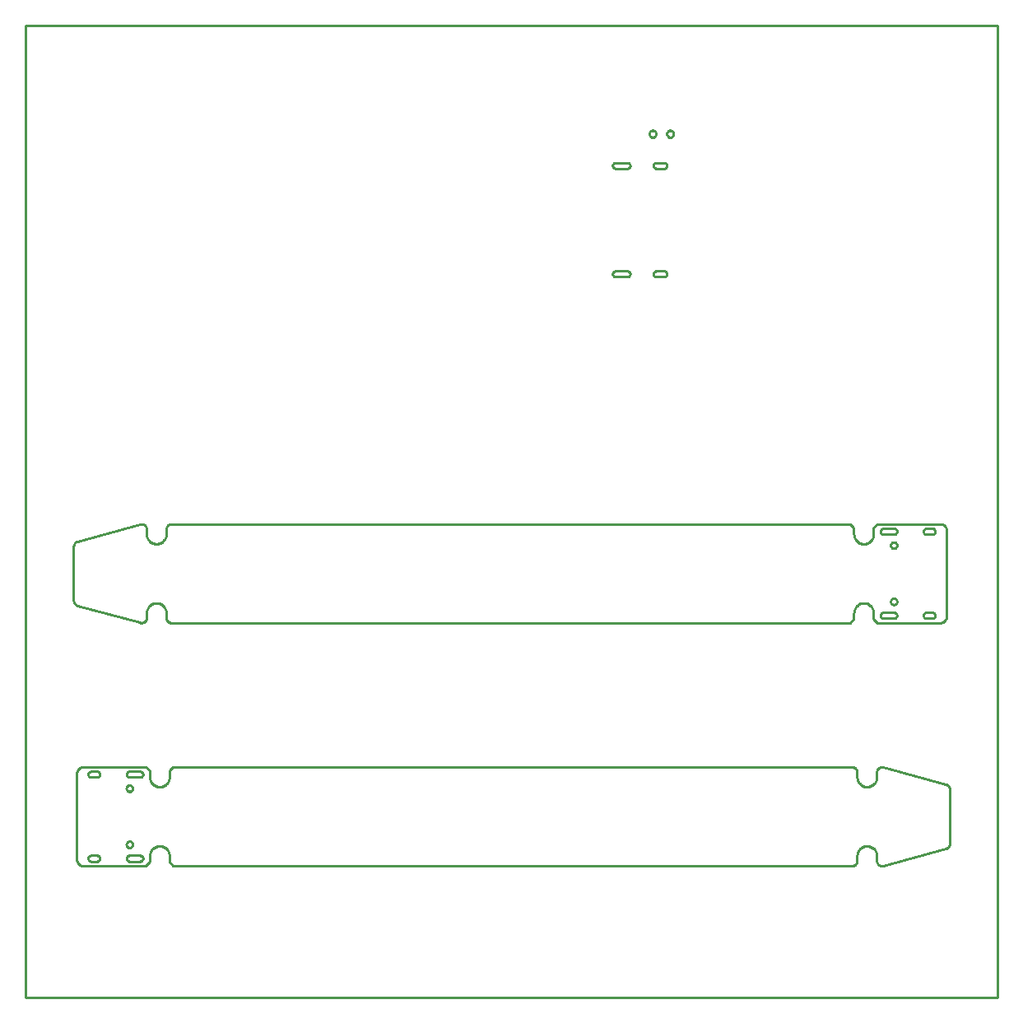
<source format=gbr>
G04 EAGLE Gerber RS-274X export*
G75*
%MOMM*%
%FSLAX34Y34*%
%LPD*%
%IN*%
%IPPOS*%
%AMOC8*
5,1,8,0,0,1.08239X$1,22.5*%
G01*
%ADD10C,0.254000*%


D10*
X0Y-70000D02*
X1000000Y-70000D01*
X1000000Y930000D01*
X0Y930000D01*
X0Y-70000D01*
X603865Y674250D02*
X603876Y673989D01*
X603911Y673729D01*
X603967Y673474D01*
X604046Y673224D01*
X604146Y672982D01*
X604267Y672750D01*
X604408Y672529D01*
X604567Y672322D01*
X604744Y672129D01*
X604937Y671952D01*
X605144Y671793D01*
X605365Y671652D01*
X605597Y671531D01*
X605839Y671431D01*
X606089Y671352D01*
X606344Y671296D01*
X606604Y671261D01*
X606865Y671250D01*
X618865Y671250D01*
X619126Y671261D01*
X619386Y671296D01*
X619641Y671352D01*
X619891Y671431D01*
X620133Y671531D01*
X620365Y671652D01*
X620586Y671793D01*
X620793Y671952D01*
X620986Y672129D01*
X621163Y672322D01*
X621322Y672529D01*
X621463Y672750D01*
X621584Y672982D01*
X621684Y673224D01*
X621763Y673474D01*
X621819Y673729D01*
X621854Y673989D01*
X621865Y674250D01*
X621854Y674511D01*
X621819Y674771D01*
X621763Y675026D01*
X621684Y675276D01*
X621584Y675518D01*
X621463Y675750D01*
X621322Y675971D01*
X621163Y676178D01*
X620986Y676371D01*
X620793Y676548D01*
X620586Y676707D01*
X620365Y676848D01*
X620133Y676969D01*
X619891Y677069D01*
X619641Y677148D01*
X619386Y677204D01*
X619126Y677239D01*
X618865Y677250D01*
X606865Y677250D01*
X606604Y677239D01*
X606344Y677204D01*
X606089Y677148D01*
X605839Y677069D01*
X605597Y676969D01*
X605365Y676848D01*
X605144Y676707D01*
X604937Y676548D01*
X604744Y676371D01*
X604567Y676178D01*
X604408Y675971D01*
X604267Y675750D01*
X604146Y675518D01*
X604046Y675276D01*
X603967Y675026D01*
X603911Y674771D01*
X603876Y674511D01*
X603865Y674250D01*
X645865Y674250D02*
X645876Y673989D01*
X645911Y673729D01*
X645967Y673474D01*
X646046Y673224D01*
X646146Y672982D01*
X646267Y672750D01*
X646408Y672529D01*
X646567Y672322D01*
X646744Y672129D01*
X646937Y671952D01*
X647144Y671793D01*
X647365Y671652D01*
X647597Y671531D01*
X647839Y671431D01*
X648089Y671352D01*
X648344Y671296D01*
X648604Y671261D01*
X648865Y671250D01*
X656865Y671250D01*
X657126Y671261D01*
X657386Y671296D01*
X657641Y671352D01*
X657891Y671431D01*
X658133Y671531D01*
X658365Y671652D01*
X658586Y671793D01*
X658793Y671952D01*
X658986Y672129D01*
X659163Y672322D01*
X659322Y672529D01*
X659463Y672750D01*
X659584Y672982D01*
X659684Y673224D01*
X659763Y673474D01*
X659819Y673729D01*
X659854Y673989D01*
X659865Y674250D01*
X659854Y674511D01*
X659819Y674771D01*
X659763Y675026D01*
X659684Y675276D01*
X659584Y675518D01*
X659463Y675750D01*
X659322Y675971D01*
X659163Y676178D01*
X658986Y676371D01*
X658793Y676548D01*
X658586Y676707D01*
X658365Y676848D01*
X658133Y676969D01*
X657891Y677069D01*
X657641Y677148D01*
X657386Y677204D01*
X657126Y677239D01*
X656865Y677250D01*
X648865Y677250D01*
X648604Y677239D01*
X648344Y677204D01*
X648089Y677148D01*
X647839Y677069D01*
X647597Y676969D01*
X647365Y676848D01*
X647144Y676707D01*
X646937Y676548D01*
X646744Y676371D01*
X646567Y676178D01*
X646408Y675971D01*
X646267Y675750D01*
X646146Y675518D01*
X646046Y675276D01*
X645967Y675026D01*
X645911Y674771D01*
X645876Y674511D01*
X645865Y674250D01*
X603865Y785750D02*
X603876Y785489D01*
X603911Y785229D01*
X603967Y784974D01*
X604046Y784724D01*
X604146Y784482D01*
X604267Y784250D01*
X604408Y784029D01*
X604567Y783822D01*
X604744Y783629D01*
X604937Y783452D01*
X605144Y783293D01*
X605365Y783152D01*
X605597Y783031D01*
X605839Y782931D01*
X606089Y782852D01*
X606344Y782796D01*
X606604Y782761D01*
X606865Y782750D01*
X618865Y782750D01*
X619126Y782761D01*
X619386Y782796D01*
X619641Y782852D01*
X619891Y782931D01*
X620133Y783031D01*
X620365Y783152D01*
X620586Y783293D01*
X620793Y783452D01*
X620986Y783629D01*
X621163Y783822D01*
X621322Y784029D01*
X621463Y784250D01*
X621584Y784482D01*
X621684Y784724D01*
X621763Y784974D01*
X621819Y785229D01*
X621854Y785489D01*
X621865Y785750D01*
X621854Y786011D01*
X621819Y786271D01*
X621763Y786526D01*
X621684Y786776D01*
X621584Y787018D01*
X621463Y787250D01*
X621322Y787471D01*
X621163Y787678D01*
X620986Y787871D01*
X620793Y788048D01*
X620586Y788207D01*
X620365Y788348D01*
X620133Y788469D01*
X619891Y788569D01*
X619641Y788648D01*
X619386Y788704D01*
X619126Y788739D01*
X618865Y788750D01*
X606865Y788750D01*
X606604Y788739D01*
X606344Y788704D01*
X606089Y788648D01*
X605839Y788569D01*
X605597Y788469D01*
X605365Y788348D01*
X605144Y788207D01*
X604937Y788048D01*
X604744Y787871D01*
X604567Y787678D01*
X604408Y787471D01*
X604267Y787250D01*
X604146Y787018D01*
X604046Y786776D01*
X603967Y786526D01*
X603911Y786271D01*
X603876Y786011D01*
X603865Y785750D01*
X645865Y785750D02*
X645876Y785489D01*
X645911Y785229D01*
X645967Y784974D01*
X646046Y784724D01*
X646146Y784482D01*
X646267Y784250D01*
X646408Y784029D01*
X646567Y783822D01*
X646744Y783629D01*
X646937Y783452D01*
X647144Y783293D01*
X647365Y783152D01*
X647597Y783031D01*
X647839Y782931D01*
X648089Y782852D01*
X648344Y782796D01*
X648604Y782761D01*
X648865Y782750D01*
X656865Y782750D01*
X657126Y782761D01*
X657386Y782796D01*
X657641Y782852D01*
X657891Y782931D01*
X658133Y783031D01*
X658365Y783152D01*
X658586Y783293D01*
X658793Y783452D01*
X658986Y783629D01*
X659163Y783822D01*
X659322Y784029D01*
X659463Y784250D01*
X659584Y784482D01*
X659684Y784724D01*
X659763Y784974D01*
X659819Y785229D01*
X659854Y785489D01*
X659865Y785750D01*
X659854Y786011D01*
X659819Y786271D01*
X659763Y786526D01*
X659684Y786776D01*
X659584Y787018D01*
X659463Y787250D01*
X659322Y787471D01*
X659163Y787678D01*
X658986Y787871D01*
X658793Y788048D01*
X658586Y788207D01*
X658365Y788348D01*
X658133Y788469D01*
X657891Y788569D01*
X657641Y788648D01*
X657386Y788704D01*
X657126Y788739D01*
X656865Y788750D01*
X648865Y788750D01*
X648604Y788739D01*
X648344Y788704D01*
X648089Y788648D01*
X647839Y788569D01*
X647597Y788469D01*
X647365Y788348D01*
X647144Y788207D01*
X646937Y788048D01*
X646744Y787871D01*
X646567Y787678D01*
X646408Y787471D01*
X646267Y787250D01*
X646146Y787018D01*
X646046Y786776D01*
X645967Y786526D01*
X645911Y786271D01*
X645876Y786011D01*
X645865Y785750D01*
X882370Y320000D02*
X893370Y320000D01*
X893631Y320011D01*
X893891Y320046D01*
X894146Y320102D01*
X894396Y320181D01*
X894638Y320281D01*
X894870Y320402D01*
X895091Y320543D01*
X895298Y320702D01*
X895491Y320879D01*
X895668Y321072D01*
X895827Y321279D01*
X895968Y321500D01*
X896089Y321732D01*
X896189Y321974D01*
X896268Y322224D01*
X896324Y322479D01*
X896359Y322739D01*
X896370Y323000D01*
X896359Y323261D01*
X896324Y323521D01*
X896268Y323776D01*
X896189Y324026D01*
X896089Y324268D01*
X895968Y324500D01*
X895827Y324721D01*
X895668Y324928D01*
X895491Y325121D01*
X895298Y325298D01*
X895091Y325457D01*
X894870Y325598D01*
X894638Y325719D01*
X894396Y325819D01*
X894146Y325898D01*
X893891Y325954D01*
X893631Y325989D01*
X893370Y326000D01*
X882370Y326000D01*
X882109Y325989D01*
X881849Y325954D01*
X881594Y325898D01*
X881344Y325819D01*
X881102Y325719D01*
X880870Y325598D01*
X880649Y325457D01*
X880442Y325298D01*
X880249Y325121D01*
X880072Y324928D01*
X879913Y324721D01*
X879772Y324500D01*
X879651Y324268D01*
X879551Y324026D01*
X879472Y323776D01*
X879416Y323521D01*
X879381Y323261D01*
X879370Y323000D01*
X879381Y322739D01*
X879416Y322479D01*
X879472Y322224D01*
X879551Y321974D01*
X879651Y321732D01*
X879772Y321500D01*
X879913Y321279D01*
X880072Y321072D01*
X880249Y320879D01*
X880442Y320702D01*
X880649Y320543D01*
X880870Y320402D01*
X881102Y320281D01*
X881344Y320181D01*
X881594Y320102D01*
X881849Y320046D01*
X882109Y320011D01*
X882370Y320000D01*
X926520Y320000D02*
X932720Y320000D01*
X932981Y320011D01*
X933241Y320046D01*
X933496Y320102D01*
X933746Y320181D01*
X933988Y320281D01*
X934220Y320402D01*
X934441Y320543D01*
X934648Y320702D01*
X934841Y320879D01*
X935018Y321072D01*
X935177Y321279D01*
X935318Y321500D01*
X935439Y321732D01*
X935539Y321974D01*
X935618Y322224D01*
X935674Y322479D01*
X935709Y322739D01*
X935720Y323000D01*
X935709Y323261D01*
X935674Y323521D01*
X935618Y323776D01*
X935539Y324026D01*
X935439Y324268D01*
X935318Y324500D01*
X935177Y324721D01*
X935018Y324928D01*
X934841Y325121D01*
X934648Y325298D01*
X934441Y325457D01*
X934220Y325598D01*
X933988Y325719D01*
X933746Y325819D01*
X933496Y325898D01*
X933241Y325954D01*
X932981Y325989D01*
X932720Y326000D01*
X926520Y326000D01*
X926259Y325989D01*
X925999Y325954D01*
X925744Y325898D01*
X925494Y325819D01*
X925252Y325719D01*
X925020Y325598D01*
X924799Y325457D01*
X924592Y325298D01*
X924399Y325121D01*
X924222Y324928D01*
X924063Y324721D01*
X923922Y324500D01*
X923801Y324268D01*
X923701Y324026D01*
X923622Y323776D01*
X923566Y323521D01*
X923531Y323261D01*
X923520Y323000D01*
X923531Y322739D01*
X923566Y322479D01*
X923622Y322224D01*
X923701Y321974D01*
X923801Y321732D01*
X923922Y321500D01*
X924063Y321279D01*
X924222Y321072D01*
X924399Y320879D01*
X924592Y320702D01*
X924799Y320543D01*
X925020Y320402D01*
X925252Y320281D01*
X925494Y320181D01*
X925744Y320102D01*
X925999Y320046D01*
X926259Y320011D01*
X926520Y320000D01*
X882370Y406400D02*
X893370Y406400D01*
X893631Y406411D01*
X893891Y406446D01*
X894146Y406502D01*
X894396Y406581D01*
X894638Y406681D01*
X894870Y406802D01*
X895091Y406943D01*
X895298Y407102D01*
X895491Y407279D01*
X895668Y407472D01*
X895827Y407679D01*
X895968Y407900D01*
X896089Y408132D01*
X896189Y408374D01*
X896268Y408624D01*
X896324Y408879D01*
X896359Y409139D01*
X896370Y409400D01*
X896359Y409661D01*
X896324Y409921D01*
X896268Y410176D01*
X896189Y410426D01*
X896089Y410668D01*
X895968Y410900D01*
X895827Y411121D01*
X895668Y411328D01*
X895491Y411521D01*
X895298Y411698D01*
X895091Y411857D01*
X894870Y411998D01*
X894638Y412119D01*
X894396Y412219D01*
X894146Y412298D01*
X893891Y412354D01*
X893631Y412389D01*
X893370Y412400D01*
X882370Y412400D01*
X882109Y412389D01*
X881849Y412354D01*
X881594Y412298D01*
X881344Y412219D01*
X881102Y412119D01*
X880870Y411998D01*
X880649Y411857D01*
X880442Y411698D01*
X880249Y411521D01*
X880072Y411328D01*
X879913Y411121D01*
X879772Y410900D01*
X879651Y410668D01*
X879551Y410426D01*
X879472Y410176D01*
X879416Y409921D01*
X879381Y409661D01*
X879370Y409400D01*
X879381Y409139D01*
X879416Y408879D01*
X879472Y408624D01*
X879551Y408374D01*
X879651Y408132D01*
X879772Y407900D01*
X879913Y407679D01*
X880072Y407472D01*
X880249Y407279D01*
X880442Y407102D01*
X880649Y406943D01*
X880870Y406802D01*
X881102Y406681D01*
X881344Y406581D01*
X881594Y406502D01*
X881849Y406446D01*
X882109Y406411D01*
X882370Y406400D01*
X926520Y406400D02*
X932720Y406400D01*
X932981Y406411D01*
X933241Y406446D01*
X933496Y406502D01*
X933746Y406581D01*
X933988Y406681D01*
X934220Y406802D01*
X934441Y406943D01*
X934648Y407102D01*
X934841Y407279D01*
X935018Y407472D01*
X935177Y407679D01*
X935318Y407900D01*
X935439Y408132D01*
X935539Y408374D01*
X935618Y408624D01*
X935674Y408879D01*
X935709Y409139D01*
X935720Y409400D01*
X935709Y409661D01*
X935674Y409921D01*
X935618Y410176D01*
X935539Y410426D01*
X935439Y410668D01*
X935318Y410900D01*
X935177Y411121D01*
X935018Y411328D01*
X934841Y411521D01*
X934648Y411698D01*
X934441Y411857D01*
X934220Y411998D01*
X933988Y412119D01*
X933746Y412219D01*
X933496Y412298D01*
X933241Y412354D01*
X932981Y412389D01*
X932720Y412400D01*
X926520Y412400D01*
X926259Y412389D01*
X925999Y412354D01*
X925744Y412298D01*
X925494Y412219D01*
X925252Y412119D01*
X925020Y411998D01*
X924799Y411857D01*
X924592Y411698D01*
X924399Y411521D01*
X924222Y411328D01*
X924063Y411121D01*
X923922Y410900D01*
X923801Y410668D01*
X923701Y410426D01*
X923622Y410176D01*
X923566Y409921D01*
X923531Y409661D01*
X923520Y409400D01*
X923531Y409139D01*
X923566Y408879D01*
X923622Y408624D01*
X923701Y408374D01*
X923801Y408132D01*
X923922Y407900D01*
X924063Y407679D01*
X924222Y407472D01*
X924399Y407279D01*
X924592Y407102D01*
X924799Y406943D01*
X925020Y406802D01*
X925252Y406681D01*
X925494Y406581D01*
X925744Y406502D01*
X925999Y406446D01*
X926259Y406411D01*
X926520Y406400D01*
X106630Y70000D02*
X117630Y70000D01*
X117891Y70011D01*
X118151Y70046D01*
X118406Y70102D01*
X118656Y70181D01*
X118898Y70281D01*
X119130Y70402D01*
X119351Y70543D01*
X119558Y70702D01*
X119751Y70879D01*
X119928Y71072D01*
X120087Y71279D01*
X120228Y71500D01*
X120349Y71732D01*
X120449Y71974D01*
X120528Y72224D01*
X120584Y72479D01*
X120619Y72739D01*
X120630Y73000D01*
X120619Y73261D01*
X120584Y73521D01*
X120528Y73776D01*
X120449Y74026D01*
X120349Y74268D01*
X120228Y74500D01*
X120087Y74721D01*
X119928Y74928D01*
X119751Y75121D01*
X119558Y75298D01*
X119351Y75457D01*
X119130Y75598D01*
X118898Y75719D01*
X118656Y75819D01*
X118406Y75898D01*
X118151Y75954D01*
X117891Y75989D01*
X117630Y76000D01*
X106630Y76000D01*
X106369Y75989D01*
X106109Y75954D01*
X105854Y75898D01*
X105604Y75819D01*
X105362Y75719D01*
X105130Y75598D01*
X104909Y75457D01*
X104702Y75298D01*
X104509Y75121D01*
X104332Y74928D01*
X104173Y74721D01*
X104032Y74500D01*
X103911Y74268D01*
X103811Y74026D01*
X103732Y73776D01*
X103676Y73521D01*
X103641Y73261D01*
X103630Y73000D01*
X103641Y72739D01*
X103676Y72479D01*
X103732Y72224D01*
X103811Y71974D01*
X103911Y71732D01*
X104032Y71500D01*
X104173Y71279D01*
X104332Y71072D01*
X104509Y70879D01*
X104702Y70702D01*
X104909Y70543D01*
X105130Y70402D01*
X105362Y70281D01*
X105604Y70181D01*
X105854Y70102D01*
X106109Y70046D01*
X106369Y70011D01*
X106630Y70000D01*
X67280Y70000D02*
X73480Y70000D01*
X73741Y70011D01*
X74001Y70046D01*
X74256Y70102D01*
X74506Y70181D01*
X74748Y70281D01*
X74980Y70402D01*
X75201Y70543D01*
X75408Y70702D01*
X75601Y70879D01*
X75778Y71072D01*
X75937Y71279D01*
X76078Y71500D01*
X76199Y71732D01*
X76299Y71974D01*
X76378Y72224D01*
X76434Y72479D01*
X76469Y72739D01*
X76480Y73000D01*
X76469Y73261D01*
X76434Y73521D01*
X76378Y73776D01*
X76299Y74026D01*
X76199Y74268D01*
X76078Y74500D01*
X75937Y74721D01*
X75778Y74928D01*
X75601Y75121D01*
X75408Y75298D01*
X75201Y75457D01*
X74980Y75598D01*
X74748Y75719D01*
X74506Y75819D01*
X74256Y75898D01*
X74001Y75954D01*
X73741Y75989D01*
X73480Y76000D01*
X67280Y76000D01*
X67019Y75989D01*
X66759Y75954D01*
X66504Y75898D01*
X66254Y75819D01*
X66012Y75719D01*
X65780Y75598D01*
X65559Y75457D01*
X65352Y75298D01*
X65159Y75121D01*
X64982Y74928D01*
X64823Y74721D01*
X64682Y74500D01*
X64561Y74268D01*
X64461Y74026D01*
X64382Y73776D01*
X64326Y73521D01*
X64291Y73261D01*
X64280Y73000D01*
X64291Y72739D01*
X64326Y72479D01*
X64382Y72224D01*
X64461Y71974D01*
X64561Y71732D01*
X64682Y71500D01*
X64823Y71279D01*
X64982Y71072D01*
X65159Y70879D01*
X65352Y70702D01*
X65559Y70543D01*
X65780Y70402D01*
X66012Y70281D01*
X66254Y70181D01*
X66504Y70102D01*
X66759Y70046D01*
X67019Y70011D01*
X67280Y70000D01*
X106630Y156400D02*
X117630Y156400D01*
X117891Y156411D01*
X118151Y156446D01*
X118406Y156502D01*
X118656Y156581D01*
X118898Y156681D01*
X119130Y156802D01*
X119351Y156943D01*
X119558Y157102D01*
X119751Y157279D01*
X119928Y157472D01*
X120087Y157679D01*
X120228Y157900D01*
X120349Y158132D01*
X120449Y158374D01*
X120528Y158624D01*
X120584Y158879D01*
X120619Y159139D01*
X120630Y159400D01*
X120619Y159661D01*
X120584Y159921D01*
X120528Y160176D01*
X120449Y160426D01*
X120349Y160668D01*
X120228Y160900D01*
X120087Y161121D01*
X119928Y161328D01*
X119751Y161521D01*
X119558Y161698D01*
X119351Y161857D01*
X119130Y161998D01*
X118898Y162119D01*
X118656Y162219D01*
X118406Y162298D01*
X118151Y162354D01*
X117891Y162389D01*
X117630Y162400D01*
X106630Y162400D01*
X106369Y162389D01*
X106109Y162354D01*
X105854Y162298D01*
X105604Y162219D01*
X105362Y162119D01*
X105130Y161998D01*
X104909Y161857D01*
X104702Y161698D01*
X104509Y161521D01*
X104332Y161328D01*
X104173Y161121D01*
X104032Y160900D01*
X103911Y160668D01*
X103811Y160426D01*
X103732Y160176D01*
X103676Y159921D01*
X103641Y159661D01*
X103630Y159400D01*
X103641Y159139D01*
X103676Y158879D01*
X103732Y158624D01*
X103811Y158374D01*
X103911Y158132D01*
X104032Y157900D01*
X104173Y157679D01*
X104332Y157472D01*
X104509Y157279D01*
X104702Y157102D01*
X104909Y156943D01*
X105130Y156802D01*
X105362Y156681D01*
X105604Y156581D01*
X105854Y156502D01*
X106109Y156446D01*
X106369Y156411D01*
X106630Y156400D01*
X67280Y156400D02*
X73480Y156400D01*
X73741Y156411D01*
X74001Y156446D01*
X74256Y156502D01*
X74506Y156581D01*
X74748Y156681D01*
X74980Y156802D01*
X75201Y156943D01*
X75408Y157102D01*
X75601Y157279D01*
X75778Y157472D01*
X75937Y157679D01*
X76078Y157900D01*
X76199Y158132D01*
X76299Y158374D01*
X76378Y158624D01*
X76434Y158879D01*
X76469Y159139D01*
X76480Y159400D01*
X76469Y159661D01*
X76434Y159921D01*
X76378Y160176D01*
X76299Y160426D01*
X76199Y160668D01*
X76078Y160900D01*
X75937Y161121D01*
X75778Y161328D01*
X75601Y161521D01*
X75408Y161698D01*
X75201Y161857D01*
X74980Y161998D01*
X74748Y162119D01*
X74506Y162219D01*
X74256Y162298D01*
X74001Y162354D01*
X73741Y162389D01*
X73480Y162400D01*
X67280Y162400D01*
X67019Y162389D01*
X66759Y162354D01*
X66504Y162298D01*
X66254Y162219D01*
X66012Y162119D01*
X65780Y161998D01*
X65559Y161857D01*
X65352Y161698D01*
X65159Y161521D01*
X64982Y161328D01*
X64823Y161121D01*
X64682Y160900D01*
X64561Y160668D01*
X64461Y160426D01*
X64382Y160176D01*
X64326Y159921D01*
X64291Y159661D01*
X64280Y159400D01*
X64291Y159139D01*
X64326Y158879D01*
X64382Y158624D01*
X64461Y158374D01*
X64561Y158132D01*
X64682Y157900D01*
X64823Y157679D01*
X64982Y157472D01*
X65159Y157279D01*
X65352Y157102D01*
X65559Y156943D01*
X65780Y156802D01*
X66012Y156681D01*
X66254Y156581D01*
X66504Y156502D01*
X66759Y156446D01*
X67019Y156411D01*
X67280Y156400D01*
X49410Y338260D02*
X49426Y337803D01*
X49482Y337350D01*
X49578Y336903D01*
X49712Y336467D01*
X49883Y336043D01*
X50091Y335636D01*
X50333Y335249D01*
X50608Y334885D01*
X50914Y334545D01*
X51249Y334234D01*
X51609Y333953D01*
X51992Y333705D01*
X52396Y333490D01*
X52816Y333312D01*
X53220Y333180D01*
X117915Y315581D01*
X118347Y315483D01*
X118786Y315422D01*
X119229Y315400D01*
X119672Y315417D01*
X120111Y315472D01*
X120545Y315565D01*
X120968Y315696D01*
X121379Y315863D01*
X121773Y316065D01*
X122148Y316301D01*
X122501Y316569D01*
X122830Y316866D01*
X123131Y317191D01*
X123403Y317541D01*
X123644Y317913D01*
X123851Y318305D01*
X124023Y318713D01*
X124159Y319135D01*
X124257Y319567D01*
X124318Y320006D01*
X124340Y320449D01*
X124340Y320480D01*
X124340Y325560D01*
X124379Y326446D01*
X124494Y327324D01*
X124686Y328190D01*
X124953Y329035D01*
X125292Y329854D01*
X125701Y330640D01*
X126177Y331388D01*
X126717Y332091D01*
X127316Y332744D01*
X127969Y333343D01*
X128672Y333883D01*
X129420Y334359D01*
X130206Y334768D01*
X131025Y335107D01*
X131870Y335374D01*
X132736Y335566D01*
X133615Y335681D01*
X134500Y335720D01*
X135386Y335681D01*
X136264Y335566D01*
X137130Y335374D01*
X137975Y335107D01*
X138794Y334768D01*
X139580Y334359D01*
X140328Y333883D01*
X141031Y333343D01*
X141684Y332744D01*
X142283Y332091D01*
X142823Y331388D01*
X143299Y330640D01*
X143708Y329854D01*
X144047Y329035D01*
X144314Y328190D01*
X144506Y327324D01*
X144621Y326446D01*
X144660Y325560D01*
X144660Y320480D01*
X144679Y320037D01*
X144737Y319598D01*
X144833Y319165D01*
X144966Y318743D01*
X145136Y318333D01*
X145341Y317940D01*
X145579Y317566D01*
X145849Y317215D01*
X146148Y316888D01*
X146475Y316589D01*
X146826Y316319D01*
X147200Y316081D01*
X147593Y315876D01*
X148003Y315706D01*
X148425Y315573D01*
X148858Y315477D01*
X149297Y315419D01*
X149740Y315400D01*
X848240Y315400D01*
X852050Y319210D01*
X852050Y325560D01*
X852089Y326446D01*
X852204Y327324D01*
X852396Y328190D01*
X852663Y329035D01*
X853002Y329854D01*
X853411Y330640D01*
X853887Y331388D01*
X854427Y332091D01*
X855026Y332744D01*
X855679Y333343D01*
X856382Y333883D01*
X857130Y334359D01*
X857916Y334768D01*
X858735Y335107D01*
X859580Y335374D01*
X860446Y335566D01*
X861325Y335681D01*
X862210Y335720D01*
X863096Y335681D01*
X863974Y335566D01*
X864840Y335374D01*
X865685Y335107D01*
X866504Y334768D01*
X867290Y334359D01*
X868038Y333883D01*
X868741Y333343D01*
X869394Y332744D01*
X869993Y332091D01*
X870533Y331388D01*
X871009Y330640D01*
X871418Y329854D01*
X871757Y329035D01*
X872024Y328190D01*
X872216Y327324D01*
X872331Y326446D01*
X872370Y325560D01*
X872370Y319210D01*
X876180Y315400D01*
X940950Y315400D01*
X941503Y315424D01*
X942053Y315496D01*
X942594Y315616D01*
X943122Y315783D01*
X943634Y315995D01*
X944125Y316251D01*
X944592Y316548D01*
X945032Y316886D01*
X945440Y317260D01*
X945814Y317668D01*
X946152Y318108D01*
X946449Y318575D01*
X946705Y319066D01*
X946917Y319578D01*
X947084Y320107D01*
X947204Y320647D01*
X947276Y321197D01*
X947300Y321750D01*
X947300Y410650D01*
X947276Y411203D01*
X947204Y411753D01*
X947084Y412294D01*
X946917Y412822D01*
X946705Y413334D01*
X946449Y413825D01*
X946152Y414292D01*
X945814Y414732D01*
X945440Y415140D01*
X945032Y415514D01*
X944592Y415852D01*
X944125Y416149D01*
X943634Y416405D01*
X943122Y416617D01*
X942594Y416784D01*
X942053Y416904D01*
X941503Y416976D01*
X940950Y417000D01*
X876180Y417000D01*
X872370Y413190D01*
X872370Y406840D01*
X872331Y405955D01*
X872216Y405076D01*
X872024Y404210D01*
X871757Y403365D01*
X871418Y402546D01*
X871009Y401760D01*
X870533Y401012D01*
X869993Y400309D01*
X869394Y399656D01*
X868741Y399057D01*
X868038Y398517D01*
X867290Y398041D01*
X866504Y397632D01*
X865685Y397293D01*
X864840Y397026D01*
X863974Y396834D01*
X863096Y396719D01*
X862210Y396680D01*
X861325Y396719D01*
X860446Y396834D01*
X859580Y397026D01*
X858735Y397293D01*
X857916Y397632D01*
X857130Y398041D01*
X856382Y398517D01*
X855679Y399057D01*
X855026Y399656D01*
X854427Y400309D01*
X853887Y401012D01*
X853411Y401760D01*
X853002Y402546D01*
X852663Y403365D01*
X852396Y404210D01*
X852204Y405076D01*
X852089Y405955D01*
X852050Y406840D01*
X852050Y413190D01*
X848240Y417000D01*
X149740Y417000D01*
X149297Y416981D01*
X148858Y416923D01*
X148425Y416827D01*
X148003Y416694D01*
X147593Y416524D01*
X147200Y416319D01*
X146826Y416081D01*
X146475Y415812D01*
X146148Y415512D01*
X145849Y415185D01*
X145579Y414834D01*
X145341Y414460D01*
X145136Y414067D01*
X144966Y413657D01*
X144833Y413235D01*
X144737Y412802D01*
X144679Y412363D01*
X144660Y411920D01*
X144660Y406840D01*
X144621Y405955D01*
X144506Y405076D01*
X144314Y404210D01*
X144047Y403365D01*
X143708Y402546D01*
X143299Y401760D01*
X142823Y401012D01*
X142283Y400309D01*
X141684Y399656D01*
X141031Y399057D01*
X140328Y398517D01*
X139580Y398041D01*
X138794Y397632D01*
X137975Y397293D01*
X137130Y397026D01*
X136264Y396834D01*
X135386Y396719D01*
X134500Y396680D01*
X133615Y396719D01*
X132736Y396834D01*
X131870Y397026D01*
X131025Y397293D01*
X130206Y397632D01*
X129420Y398041D01*
X128672Y398517D01*
X127969Y399057D01*
X127316Y399656D01*
X126717Y400309D01*
X126177Y401012D01*
X125701Y401760D01*
X125292Y402546D01*
X124953Y403365D01*
X124686Y404210D01*
X124494Y405076D01*
X124379Y405955D01*
X124340Y406840D01*
X124340Y411920D01*
X124321Y412363D01*
X124263Y412802D01*
X124167Y413235D01*
X124034Y413657D01*
X123864Y414067D01*
X123659Y414460D01*
X123421Y414834D01*
X123152Y415185D01*
X122852Y415512D01*
X122525Y415812D01*
X122174Y416081D01*
X121800Y416319D01*
X121407Y416524D01*
X120997Y416694D01*
X120575Y416827D01*
X120142Y416923D01*
X119703Y416981D01*
X119260Y417000D01*
X118817Y416981D01*
X118378Y416923D01*
X117945Y416827D01*
X117915Y416819D01*
X53220Y399220D01*
X52786Y399077D01*
X52367Y398896D01*
X51965Y398679D01*
X51583Y398428D01*
X51224Y398145D01*
X50892Y397832D01*
X50588Y397491D01*
X50315Y397124D01*
X50075Y396736D01*
X49870Y396328D01*
X49701Y395903D01*
X49570Y395466D01*
X49477Y395018D01*
X49424Y394565D01*
X49410Y394140D01*
X49410Y338260D01*
X52700Y71750D02*
X52724Y71197D01*
X52796Y70647D01*
X52916Y70107D01*
X53083Y69578D01*
X53295Y69066D01*
X53551Y68575D01*
X53848Y68108D01*
X54186Y67668D01*
X54560Y67260D01*
X54968Y66886D01*
X55408Y66548D01*
X55875Y66251D01*
X56366Y65995D01*
X56878Y65783D01*
X57407Y65616D01*
X57947Y65496D01*
X58497Y65424D01*
X59050Y65400D01*
X123820Y65400D01*
X127630Y69210D01*
X127630Y75560D01*
X127669Y76446D01*
X127784Y77324D01*
X127976Y78190D01*
X128243Y79035D01*
X128582Y79854D01*
X128991Y80640D01*
X129467Y81388D01*
X130007Y82091D01*
X130606Y82744D01*
X131259Y83343D01*
X131962Y83883D01*
X132710Y84359D01*
X133496Y84768D01*
X134315Y85107D01*
X135160Y85374D01*
X136026Y85566D01*
X136905Y85681D01*
X137790Y85720D01*
X138676Y85681D01*
X139554Y85566D01*
X140420Y85374D01*
X141265Y85107D01*
X142084Y84768D01*
X142870Y84359D01*
X143618Y83883D01*
X144321Y83343D01*
X144974Y82744D01*
X145573Y82091D01*
X146113Y81388D01*
X146589Y80640D01*
X146998Y79854D01*
X147337Y79035D01*
X147604Y78190D01*
X147796Y77324D01*
X147911Y76446D01*
X147950Y75560D01*
X147950Y69210D01*
X151760Y65400D01*
X850260Y65400D01*
X850703Y65419D01*
X851142Y65477D01*
X851575Y65573D01*
X851997Y65706D01*
X852407Y65876D01*
X852800Y66081D01*
X853174Y66319D01*
X853525Y66589D01*
X853852Y66888D01*
X854152Y67215D01*
X854421Y67566D01*
X854659Y67940D01*
X854864Y68333D01*
X855034Y68743D01*
X855167Y69165D01*
X855263Y69598D01*
X855321Y70037D01*
X855340Y70480D01*
X855340Y75560D01*
X855379Y76446D01*
X855494Y77324D01*
X855686Y78190D01*
X855953Y79035D01*
X856292Y79854D01*
X856701Y80640D01*
X857177Y81388D01*
X857717Y82091D01*
X858316Y82744D01*
X858969Y83343D01*
X859672Y83883D01*
X860420Y84359D01*
X861206Y84768D01*
X862025Y85107D01*
X862870Y85374D01*
X863736Y85566D01*
X864615Y85681D01*
X865500Y85720D01*
X866386Y85681D01*
X867264Y85566D01*
X868130Y85374D01*
X868975Y85107D01*
X869794Y84768D01*
X870580Y84359D01*
X871328Y83883D01*
X872031Y83343D01*
X872684Y82744D01*
X873283Y82091D01*
X873823Y81388D01*
X874299Y80640D01*
X874708Y79854D01*
X875047Y79035D01*
X875314Y78190D01*
X875506Y77324D01*
X875621Y76446D01*
X875660Y75560D01*
X875660Y70480D01*
X875679Y70037D01*
X875737Y69598D01*
X875833Y69165D01*
X875966Y68743D01*
X876136Y68333D01*
X876341Y67940D01*
X876579Y67566D01*
X876848Y67215D01*
X877148Y66888D01*
X877475Y66588D01*
X877826Y66319D01*
X878200Y66081D01*
X878593Y65876D01*
X879003Y65706D01*
X879425Y65573D01*
X879858Y65477D01*
X880297Y65419D01*
X880740Y65400D01*
X881183Y65419D01*
X881622Y65477D01*
X882055Y65573D01*
X882085Y65581D01*
X946780Y83180D01*
X947214Y83323D01*
X947633Y83504D01*
X948035Y83721D01*
X948417Y83972D01*
X948776Y84255D01*
X949108Y84568D01*
X949412Y84909D01*
X949685Y85276D01*
X949925Y85664D01*
X950130Y86072D01*
X950299Y86497D01*
X950430Y86934D01*
X950523Y87382D01*
X950576Y87835D01*
X950590Y88260D01*
X950590Y144140D01*
X950574Y144597D01*
X950518Y145050D01*
X950422Y145497D01*
X950288Y145933D01*
X950117Y146357D01*
X949909Y146764D01*
X949667Y147151D01*
X949392Y147516D01*
X949086Y147855D01*
X948751Y148166D01*
X948391Y148447D01*
X948008Y148696D01*
X947604Y148910D01*
X947184Y149088D01*
X946780Y149220D01*
X882085Y166819D01*
X881653Y166917D01*
X881214Y166978D01*
X880771Y167000D01*
X880328Y166983D01*
X879889Y166928D01*
X879455Y166835D01*
X879032Y166704D01*
X878621Y166537D01*
X878227Y166335D01*
X877852Y166099D01*
X877498Y165831D01*
X877170Y165534D01*
X876869Y165209D01*
X876597Y164859D01*
X876356Y164487D01*
X876149Y164095D01*
X875977Y163687D01*
X875841Y163265D01*
X875743Y162833D01*
X875682Y162394D01*
X875660Y161951D01*
X875660Y161920D01*
X875660Y156840D01*
X875621Y155955D01*
X875506Y155076D01*
X875314Y154210D01*
X875047Y153365D01*
X874708Y152546D01*
X874299Y151760D01*
X873823Y151012D01*
X873283Y150309D01*
X872684Y149656D01*
X872031Y149057D01*
X871328Y148517D01*
X870580Y148041D01*
X869794Y147632D01*
X868975Y147293D01*
X868130Y147026D01*
X867264Y146834D01*
X866386Y146719D01*
X865500Y146680D01*
X864615Y146719D01*
X863736Y146834D01*
X862870Y147026D01*
X862025Y147293D01*
X861206Y147632D01*
X860420Y148041D01*
X859672Y148517D01*
X858969Y149057D01*
X858316Y149656D01*
X857717Y150309D01*
X857177Y151012D01*
X856701Y151760D01*
X856292Y152546D01*
X855953Y153365D01*
X855686Y154210D01*
X855494Y155076D01*
X855379Y155955D01*
X855340Y156840D01*
X855340Y161920D01*
X855321Y162363D01*
X855263Y162802D01*
X855167Y163235D01*
X855034Y163657D01*
X854864Y164067D01*
X854659Y164460D01*
X854421Y164834D01*
X854152Y165185D01*
X853852Y165512D01*
X853525Y165812D01*
X853174Y166081D01*
X852800Y166319D01*
X852407Y166524D01*
X851997Y166694D01*
X851575Y166827D01*
X851142Y166923D01*
X850703Y166981D01*
X850260Y167000D01*
X151760Y167000D01*
X147950Y163190D01*
X147950Y156840D01*
X147911Y155955D01*
X147796Y155076D01*
X147604Y154210D01*
X147337Y153365D01*
X146998Y152546D01*
X146589Y151760D01*
X146113Y151012D01*
X145573Y150309D01*
X144974Y149656D01*
X144321Y149057D01*
X143618Y148517D01*
X142870Y148041D01*
X142084Y147632D01*
X141265Y147293D01*
X140420Y147026D01*
X139554Y146834D01*
X138676Y146719D01*
X137790Y146680D01*
X136905Y146719D01*
X136026Y146834D01*
X135160Y147026D01*
X134315Y147293D01*
X133496Y147632D01*
X132710Y148041D01*
X131962Y148517D01*
X131259Y149057D01*
X130606Y149656D01*
X130007Y150309D01*
X129467Y151012D01*
X128991Y151760D01*
X128582Y152546D01*
X128243Y153365D01*
X127976Y154210D01*
X127784Y155076D01*
X127669Y155955D01*
X127630Y156840D01*
X127630Y163190D01*
X123820Y167000D01*
X59050Y167000D01*
X58497Y166976D01*
X57947Y166904D01*
X57407Y166784D01*
X56878Y166617D01*
X56366Y166405D01*
X55875Y166149D01*
X55408Y165852D01*
X54968Y165514D01*
X54560Y165140D01*
X54186Y164732D01*
X53848Y164292D01*
X53551Y163825D01*
X53295Y163334D01*
X53083Y162822D01*
X52916Y162294D01*
X52796Y161753D01*
X52724Y161203D01*
X52700Y160650D01*
X52700Y71750D01*
X882370Y320000D02*
X893370Y320000D01*
X893631Y320011D01*
X893891Y320046D01*
X894146Y320102D01*
X894396Y320181D01*
X894638Y320281D01*
X894870Y320402D01*
X895091Y320543D01*
X895298Y320702D01*
X895491Y320879D01*
X895668Y321072D01*
X895827Y321279D01*
X895968Y321500D01*
X896089Y321732D01*
X896189Y321974D01*
X896268Y322224D01*
X896324Y322479D01*
X896359Y322739D01*
X896370Y323000D01*
X896359Y323261D01*
X896324Y323521D01*
X896268Y323776D01*
X896189Y324026D01*
X896089Y324268D01*
X895968Y324500D01*
X895827Y324721D01*
X895668Y324928D01*
X895491Y325121D01*
X895298Y325298D01*
X895091Y325457D01*
X894870Y325598D01*
X894638Y325719D01*
X894396Y325819D01*
X894146Y325898D01*
X893891Y325954D01*
X893631Y325989D01*
X893370Y326000D01*
X882370Y326000D01*
X882109Y325989D01*
X881849Y325954D01*
X881594Y325898D01*
X881344Y325819D01*
X881102Y325719D01*
X880870Y325598D01*
X880649Y325457D01*
X880442Y325298D01*
X880249Y325121D01*
X880072Y324928D01*
X879913Y324721D01*
X879772Y324500D01*
X879651Y324268D01*
X879551Y324026D01*
X879472Y323776D01*
X879416Y323521D01*
X879381Y323261D01*
X879370Y323000D01*
X879381Y322739D01*
X879416Y322479D01*
X879472Y322224D01*
X879551Y321974D01*
X879651Y321732D01*
X879772Y321500D01*
X879913Y321279D01*
X880072Y321072D01*
X880249Y320879D01*
X880442Y320702D01*
X880649Y320543D01*
X880870Y320402D01*
X881102Y320281D01*
X881344Y320181D01*
X881594Y320102D01*
X881849Y320046D01*
X882109Y320011D01*
X882370Y320000D01*
X882370Y406400D02*
X893370Y406400D01*
X893631Y406411D01*
X893891Y406446D01*
X894146Y406502D01*
X894396Y406581D01*
X894638Y406681D01*
X894870Y406802D01*
X895091Y406943D01*
X895298Y407102D01*
X895491Y407279D01*
X895668Y407472D01*
X895827Y407679D01*
X895968Y407900D01*
X896089Y408132D01*
X896189Y408374D01*
X896268Y408624D01*
X896324Y408879D01*
X896359Y409139D01*
X896370Y409400D01*
X896359Y409661D01*
X896324Y409921D01*
X896268Y410176D01*
X896189Y410426D01*
X896089Y410668D01*
X895968Y410900D01*
X895827Y411121D01*
X895668Y411328D01*
X895491Y411521D01*
X895298Y411698D01*
X895091Y411857D01*
X894870Y411998D01*
X894638Y412119D01*
X894396Y412219D01*
X894146Y412298D01*
X893891Y412354D01*
X893631Y412389D01*
X893370Y412400D01*
X882370Y412400D01*
X882109Y412389D01*
X881849Y412354D01*
X881594Y412298D01*
X881344Y412219D01*
X881102Y412119D01*
X880870Y411998D01*
X880649Y411857D01*
X880442Y411698D01*
X880249Y411521D01*
X880072Y411328D01*
X879913Y411121D01*
X879772Y410900D01*
X879651Y410668D01*
X879551Y410426D01*
X879472Y410176D01*
X879416Y409921D01*
X879381Y409661D01*
X879370Y409400D01*
X879381Y409139D01*
X879416Y408879D01*
X879472Y408624D01*
X879551Y408374D01*
X879651Y408132D01*
X879772Y407900D01*
X879913Y407679D01*
X880072Y407472D01*
X880249Y407279D01*
X880442Y407102D01*
X880649Y406943D01*
X880870Y406802D01*
X881102Y406681D01*
X881344Y406581D01*
X881594Y406502D01*
X881849Y406446D01*
X882109Y406411D01*
X882370Y406400D01*
X926520Y320000D02*
X932720Y320000D01*
X932981Y320011D01*
X933241Y320046D01*
X933496Y320102D01*
X933746Y320181D01*
X933988Y320281D01*
X934220Y320402D01*
X934441Y320543D01*
X934648Y320702D01*
X934841Y320879D01*
X935018Y321072D01*
X935177Y321279D01*
X935318Y321500D01*
X935439Y321732D01*
X935539Y321974D01*
X935618Y322224D01*
X935674Y322479D01*
X935709Y322739D01*
X935720Y323000D01*
X935709Y323261D01*
X935674Y323521D01*
X935618Y323776D01*
X935539Y324026D01*
X935439Y324268D01*
X935318Y324500D01*
X935177Y324721D01*
X935018Y324928D01*
X934841Y325121D01*
X934648Y325298D01*
X934441Y325457D01*
X934220Y325598D01*
X933988Y325719D01*
X933746Y325819D01*
X933496Y325898D01*
X933241Y325954D01*
X932981Y325989D01*
X932720Y326000D01*
X926520Y326000D01*
X926259Y325989D01*
X925999Y325954D01*
X925744Y325898D01*
X925494Y325819D01*
X925252Y325719D01*
X925020Y325598D01*
X924799Y325457D01*
X924592Y325298D01*
X924399Y325121D01*
X924222Y324928D01*
X924063Y324721D01*
X923922Y324500D01*
X923801Y324268D01*
X923701Y324026D01*
X923622Y323776D01*
X923566Y323521D01*
X923531Y323261D01*
X923520Y323000D01*
X923531Y322739D01*
X923566Y322479D01*
X923622Y322224D01*
X923701Y321974D01*
X923801Y321732D01*
X923922Y321500D01*
X924063Y321279D01*
X924222Y321072D01*
X924399Y320879D01*
X924592Y320702D01*
X924799Y320543D01*
X925020Y320402D01*
X925252Y320281D01*
X925494Y320181D01*
X925744Y320102D01*
X925999Y320046D01*
X926259Y320011D01*
X926520Y320000D01*
X926520Y406400D02*
X932720Y406400D01*
X932981Y406411D01*
X933241Y406446D01*
X933496Y406502D01*
X933746Y406581D01*
X933988Y406681D01*
X934220Y406802D01*
X934441Y406943D01*
X934648Y407102D01*
X934841Y407279D01*
X935018Y407472D01*
X935177Y407679D01*
X935318Y407900D01*
X935439Y408132D01*
X935539Y408374D01*
X935618Y408624D01*
X935674Y408879D01*
X935709Y409139D01*
X935720Y409400D01*
X935709Y409661D01*
X935674Y409921D01*
X935618Y410176D01*
X935539Y410426D01*
X935439Y410668D01*
X935318Y410900D01*
X935177Y411121D01*
X935018Y411328D01*
X934841Y411521D01*
X934648Y411698D01*
X934441Y411857D01*
X934220Y411998D01*
X933988Y412119D01*
X933746Y412219D01*
X933496Y412298D01*
X933241Y412354D01*
X932981Y412389D01*
X932720Y412400D01*
X926520Y412400D01*
X926259Y412389D01*
X925999Y412354D01*
X925744Y412298D01*
X925494Y412219D01*
X925252Y412119D01*
X925020Y411998D01*
X924799Y411857D01*
X924592Y411698D01*
X924399Y411521D01*
X924222Y411328D01*
X924063Y411121D01*
X923922Y410900D01*
X923801Y410668D01*
X923701Y410426D01*
X923622Y410176D01*
X923566Y409921D01*
X923531Y409661D01*
X923520Y409400D01*
X923531Y409139D01*
X923566Y408879D01*
X923622Y408624D01*
X923701Y408374D01*
X923801Y408132D01*
X923922Y407900D01*
X924063Y407679D01*
X924222Y407472D01*
X924399Y407279D01*
X924592Y407102D01*
X924799Y406943D01*
X925020Y406802D01*
X925252Y406681D01*
X925494Y406581D01*
X925744Y406502D01*
X925999Y406446D01*
X926259Y406411D01*
X926520Y406400D01*
X67280Y70000D02*
X73480Y70000D01*
X73741Y70011D01*
X74001Y70046D01*
X74256Y70102D01*
X74506Y70181D01*
X74748Y70281D01*
X74980Y70402D01*
X75201Y70543D01*
X75408Y70702D01*
X75601Y70879D01*
X75778Y71072D01*
X75937Y71279D01*
X76078Y71500D01*
X76199Y71732D01*
X76299Y71974D01*
X76378Y72224D01*
X76434Y72479D01*
X76469Y72739D01*
X76480Y73000D01*
X76469Y73261D01*
X76434Y73521D01*
X76378Y73776D01*
X76299Y74026D01*
X76199Y74268D01*
X76078Y74500D01*
X75937Y74721D01*
X75778Y74928D01*
X75601Y75121D01*
X75408Y75298D01*
X75201Y75457D01*
X74980Y75598D01*
X74748Y75719D01*
X74506Y75819D01*
X74256Y75898D01*
X74001Y75954D01*
X73741Y75989D01*
X73480Y76000D01*
X67280Y76000D01*
X67019Y75989D01*
X66759Y75954D01*
X66504Y75898D01*
X66254Y75819D01*
X66012Y75719D01*
X65780Y75598D01*
X65559Y75457D01*
X65352Y75298D01*
X65159Y75121D01*
X64982Y74928D01*
X64823Y74721D01*
X64682Y74500D01*
X64561Y74268D01*
X64461Y74026D01*
X64382Y73776D01*
X64326Y73521D01*
X64291Y73261D01*
X64280Y73000D01*
X64291Y72739D01*
X64326Y72479D01*
X64382Y72224D01*
X64461Y71974D01*
X64561Y71732D01*
X64682Y71500D01*
X64823Y71279D01*
X64982Y71072D01*
X65159Y70879D01*
X65352Y70702D01*
X65559Y70543D01*
X65780Y70402D01*
X66012Y70281D01*
X66254Y70181D01*
X66504Y70102D01*
X66759Y70046D01*
X67019Y70011D01*
X67280Y70000D01*
X67280Y156400D02*
X73480Y156400D01*
X73741Y156411D01*
X74001Y156446D01*
X74256Y156502D01*
X74506Y156581D01*
X74748Y156681D01*
X74980Y156802D01*
X75201Y156943D01*
X75408Y157102D01*
X75601Y157279D01*
X75778Y157472D01*
X75937Y157679D01*
X76078Y157900D01*
X76199Y158132D01*
X76299Y158374D01*
X76378Y158624D01*
X76434Y158879D01*
X76469Y159139D01*
X76480Y159400D01*
X76469Y159661D01*
X76434Y159921D01*
X76378Y160176D01*
X76299Y160426D01*
X76199Y160668D01*
X76078Y160900D01*
X75937Y161121D01*
X75778Y161328D01*
X75601Y161521D01*
X75408Y161698D01*
X75201Y161857D01*
X74980Y161998D01*
X74748Y162119D01*
X74506Y162219D01*
X74256Y162298D01*
X74001Y162354D01*
X73741Y162389D01*
X73480Y162400D01*
X67280Y162400D01*
X67019Y162389D01*
X66759Y162354D01*
X66504Y162298D01*
X66254Y162219D01*
X66012Y162119D01*
X65780Y161998D01*
X65559Y161857D01*
X65352Y161698D01*
X65159Y161521D01*
X64982Y161328D01*
X64823Y161121D01*
X64682Y160900D01*
X64561Y160668D01*
X64461Y160426D01*
X64382Y160176D01*
X64326Y159921D01*
X64291Y159661D01*
X64280Y159400D01*
X64291Y159139D01*
X64326Y158879D01*
X64382Y158624D01*
X64461Y158374D01*
X64561Y158132D01*
X64682Y157900D01*
X64823Y157679D01*
X64982Y157472D01*
X65159Y157279D01*
X65352Y157102D01*
X65559Y156943D01*
X65780Y156802D01*
X66012Y156681D01*
X66254Y156581D01*
X66504Y156502D01*
X66759Y156446D01*
X67019Y156411D01*
X67280Y156400D01*
X106630Y70000D02*
X117630Y70000D01*
X117891Y70011D01*
X118151Y70046D01*
X118406Y70102D01*
X118656Y70181D01*
X118898Y70281D01*
X119130Y70402D01*
X119351Y70543D01*
X119558Y70702D01*
X119751Y70879D01*
X119928Y71072D01*
X120087Y71279D01*
X120228Y71500D01*
X120349Y71732D01*
X120449Y71974D01*
X120528Y72224D01*
X120584Y72479D01*
X120619Y72739D01*
X120630Y73000D01*
X120619Y73261D01*
X120584Y73521D01*
X120528Y73776D01*
X120449Y74026D01*
X120349Y74268D01*
X120228Y74500D01*
X120087Y74721D01*
X119928Y74928D01*
X119751Y75121D01*
X119558Y75298D01*
X119351Y75457D01*
X119130Y75598D01*
X118898Y75719D01*
X118656Y75819D01*
X118406Y75898D01*
X118151Y75954D01*
X117891Y75989D01*
X117630Y76000D01*
X106630Y76000D01*
X106369Y75989D01*
X106109Y75954D01*
X105854Y75898D01*
X105604Y75819D01*
X105362Y75719D01*
X105130Y75598D01*
X104909Y75457D01*
X104702Y75298D01*
X104509Y75121D01*
X104332Y74928D01*
X104173Y74721D01*
X104032Y74500D01*
X103911Y74268D01*
X103811Y74026D01*
X103732Y73776D01*
X103676Y73521D01*
X103641Y73261D01*
X103630Y73000D01*
X103641Y72739D01*
X103676Y72479D01*
X103732Y72224D01*
X103811Y71974D01*
X103911Y71732D01*
X104032Y71500D01*
X104173Y71279D01*
X104332Y71072D01*
X104509Y70879D01*
X104702Y70702D01*
X104909Y70543D01*
X105130Y70402D01*
X105362Y70281D01*
X105604Y70181D01*
X105854Y70102D01*
X106109Y70046D01*
X106369Y70011D01*
X106630Y70000D01*
X106630Y156400D02*
X117630Y156400D01*
X117891Y156411D01*
X118151Y156446D01*
X118406Y156502D01*
X118656Y156581D01*
X118898Y156681D01*
X119130Y156802D01*
X119351Y156943D01*
X119558Y157102D01*
X119751Y157279D01*
X119928Y157472D01*
X120087Y157679D01*
X120228Y157900D01*
X120349Y158132D01*
X120449Y158374D01*
X120528Y158624D01*
X120584Y158879D01*
X120619Y159139D01*
X120630Y159400D01*
X120619Y159661D01*
X120584Y159921D01*
X120528Y160176D01*
X120449Y160426D01*
X120349Y160668D01*
X120228Y160900D01*
X120087Y161121D01*
X119928Y161328D01*
X119751Y161521D01*
X119558Y161698D01*
X119351Y161857D01*
X119130Y161998D01*
X118898Y162119D01*
X118656Y162219D01*
X118406Y162298D01*
X118151Y162354D01*
X117891Y162389D01*
X117630Y162400D01*
X106630Y162400D01*
X106369Y162389D01*
X106109Y162354D01*
X105854Y162298D01*
X105604Y162219D01*
X105362Y162119D01*
X105130Y161998D01*
X104909Y161857D01*
X104702Y161698D01*
X104509Y161521D01*
X104332Y161328D01*
X104173Y161121D01*
X104032Y160900D01*
X103911Y160668D01*
X103811Y160426D01*
X103732Y160176D01*
X103676Y159921D01*
X103641Y159661D01*
X103630Y159400D01*
X103641Y159139D01*
X103676Y158879D01*
X103732Y158624D01*
X103811Y158374D01*
X103911Y158132D01*
X104032Y157900D01*
X104173Y157679D01*
X104332Y157472D01*
X104509Y157279D01*
X104702Y157102D01*
X104909Y156943D01*
X105130Y156802D01*
X105362Y156681D01*
X105604Y156581D01*
X105854Y156502D01*
X106109Y156446D01*
X106369Y156411D01*
X106630Y156400D01*
X662826Y814892D02*
X662371Y814952D01*
X661928Y815071D01*
X661504Y815246D01*
X661107Y815476D01*
X660743Y815755D01*
X660419Y816079D01*
X660139Y816443D01*
X659910Y816841D01*
X659734Y817265D01*
X659616Y817708D01*
X659556Y818163D01*
X659556Y818621D01*
X659616Y819076D01*
X659734Y819519D01*
X659910Y819943D01*
X660139Y820341D01*
X660419Y820705D01*
X660743Y821029D01*
X661107Y821308D01*
X661504Y821538D01*
X661928Y821713D01*
X662371Y821832D01*
X662826Y821892D01*
X663285Y821892D01*
X663740Y821832D01*
X664183Y821713D01*
X664607Y821538D01*
X665004Y821308D01*
X665368Y821029D01*
X665693Y820705D01*
X665972Y820341D01*
X666201Y819943D01*
X666377Y819519D01*
X666496Y819076D01*
X666556Y818621D01*
X666556Y818163D01*
X666496Y817708D01*
X666377Y817265D01*
X666201Y816841D01*
X665972Y816443D01*
X665693Y816079D01*
X665368Y815755D01*
X665004Y815476D01*
X664607Y815246D01*
X664183Y815071D01*
X663740Y814952D01*
X663285Y814892D01*
X662826Y814892D01*
X644826Y814892D02*
X644371Y814952D01*
X643928Y815071D01*
X643504Y815246D01*
X643107Y815476D01*
X642743Y815755D01*
X642419Y816079D01*
X642139Y816443D01*
X641910Y816841D01*
X641734Y817265D01*
X641616Y817708D01*
X641556Y818163D01*
X641556Y818621D01*
X641616Y819076D01*
X641734Y819519D01*
X641910Y819943D01*
X642139Y820341D01*
X642419Y820705D01*
X642743Y821029D01*
X643107Y821308D01*
X643504Y821538D01*
X643928Y821713D01*
X644371Y821832D01*
X644826Y821892D01*
X645285Y821892D01*
X645740Y821832D01*
X646183Y821713D01*
X646607Y821538D01*
X647004Y821308D01*
X647368Y821029D01*
X647693Y820705D01*
X647972Y820341D01*
X648201Y819943D01*
X648377Y819519D01*
X648496Y819076D01*
X648556Y818621D01*
X648556Y818163D01*
X648496Y817708D01*
X648377Y817265D01*
X648201Y816841D01*
X647972Y816443D01*
X647693Y816079D01*
X647368Y815755D01*
X647004Y815476D01*
X646607Y815246D01*
X646183Y815071D01*
X645740Y814952D01*
X645285Y814892D01*
X644826Y814892D01*
X106617Y141850D02*
X106195Y141906D01*
X105783Y142016D01*
X105389Y142179D01*
X105021Y142392D01*
X104683Y142651D01*
X104381Y142953D01*
X104122Y143291D01*
X103909Y143659D01*
X103746Y144053D01*
X103636Y144465D01*
X103580Y144887D01*
X103580Y145313D01*
X103636Y145735D01*
X103746Y146147D01*
X103909Y146541D01*
X104122Y146909D01*
X104381Y147247D01*
X104683Y147549D01*
X105021Y147808D01*
X105389Y148021D01*
X105783Y148184D01*
X106195Y148294D01*
X106617Y148350D01*
X107043Y148350D01*
X107465Y148294D01*
X107877Y148184D01*
X108271Y148021D01*
X108639Y147808D01*
X108977Y147549D01*
X109279Y147247D01*
X109538Y146909D01*
X109751Y146541D01*
X109914Y146147D01*
X110024Y145735D01*
X110080Y145313D01*
X110080Y144887D01*
X110024Y144465D01*
X109914Y144053D01*
X109751Y143659D01*
X109538Y143291D01*
X109279Y142953D01*
X108977Y142651D01*
X108639Y142392D01*
X108271Y142179D01*
X107877Y142016D01*
X107465Y141906D01*
X107043Y141850D01*
X106617Y141850D01*
X106617Y84050D02*
X106195Y84106D01*
X105783Y84216D01*
X105389Y84379D01*
X105021Y84592D01*
X104683Y84851D01*
X104381Y85153D01*
X104122Y85491D01*
X103909Y85859D01*
X103746Y86253D01*
X103636Y86665D01*
X103580Y87087D01*
X103580Y87513D01*
X103636Y87935D01*
X103746Y88347D01*
X103909Y88741D01*
X104122Y89109D01*
X104381Y89447D01*
X104683Y89749D01*
X105021Y90008D01*
X105389Y90221D01*
X105783Y90384D01*
X106195Y90494D01*
X106617Y90550D01*
X107043Y90550D01*
X107465Y90494D01*
X107877Y90384D01*
X108271Y90221D01*
X108639Y90008D01*
X108977Y89749D01*
X109279Y89447D01*
X109538Y89109D01*
X109751Y88741D01*
X109914Y88347D01*
X110024Y87935D01*
X110080Y87513D01*
X110080Y87087D01*
X110024Y86665D01*
X109914Y86253D01*
X109751Y85859D01*
X109538Y85491D01*
X109279Y85153D01*
X108977Y84851D01*
X108639Y84592D01*
X108271Y84379D01*
X107877Y84216D01*
X107465Y84106D01*
X107043Y84050D01*
X106617Y84050D01*
X893383Y391850D02*
X893805Y391906D01*
X894217Y392016D01*
X894611Y392179D01*
X894979Y392392D01*
X895317Y392651D01*
X895619Y392953D01*
X895878Y393291D01*
X896091Y393659D01*
X896254Y394053D01*
X896364Y394465D01*
X896420Y394887D01*
X896420Y395313D01*
X896364Y395735D01*
X896254Y396147D01*
X896091Y396541D01*
X895878Y396909D01*
X895619Y397247D01*
X895317Y397549D01*
X894979Y397808D01*
X894611Y398021D01*
X894217Y398184D01*
X893805Y398294D01*
X893383Y398350D01*
X892957Y398350D01*
X892535Y398294D01*
X892123Y398184D01*
X891729Y398021D01*
X891361Y397808D01*
X891023Y397549D01*
X890721Y397247D01*
X890462Y396909D01*
X890249Y396541D01*
X890086Y396147D01*
X889976Y395735D01*
X889920Y395313D01*
X889920Y394887D01*
X889976Y394465D01*
X890086Y394053D01*
X890249Y393659D01*
X890462Y393291D01*
X890721Y392953D01*
X891023Y392651D01*
X891361Y392392D01*
X891729Y392179D01*
X892123Y392016D01*
X892535Y391906D01*
X892957Y391850D01*
X893383Y391850D01*
X893383Y334050D02*
X893805Y334106D01*
X894217Y334216D01*
X894611Y334379D01*
X894979Y334592D01*
X895317Y334851D01*
X895619Y335153D01*
X895878Y335491D01*
X896091Y335859D01*
X896254Y336253D01*
X896364Y336665D01*
X896420Y337087D01*
X896420Y337513D01*
X896364Y337935D01*
X896254Y338347D01*
X896091Y338741D01*
X895878Y339109D01*
X895619Y339447D01*
X895317Y339749D01*
X894979Y340008D01*
X894611Y340221D01*
X894217Y340384D01*
X893805Y340494D01*
X893383Y340550D01*
X892957Y340550D01*
X892535Y340494D01*
X892123Y340384D01*
X891729Y340221D01*
X891361Y340008D01*
X891023Y339749D01*
X890721Y339447D01*
X890462Y339109D01*
X890249Y338741D01*
X890086Y338347D01*
X889976Y337935D01*
X889920Y337513D01*
X889920Y337087D01*
X889976Y336665D01*
X890086Y336253D01*
X890249Y335859D01*
X890462Y335491D01*
X890721Y335153D01*
X891023Y334851D01*
X891361Y334592D01*
X891729Y334379D01*
X892123Y334216D01*
X892535Y334106D01*
X892957Y334050D01*
X893383Y334050D01*
M02*

</source>
